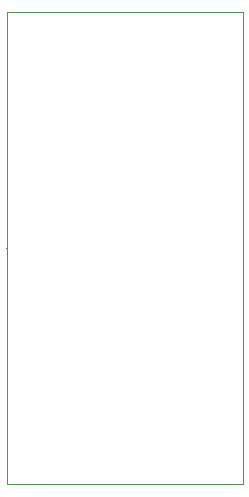
<source format=gbr>
%TF.GenerationSoftware,KiCad,Pcbnew,8.0.2-1*%
%TF.CreationDate,2024-09-09T15:17:24+01:00*%
%TF.ProjectId,test_module_2,74657374-5f6d-46f6-9475-6c655f322e6b,rev?*%
%TF.SameCoordinates,Original*%
%TF.FileFunction,Other,User*%
%FSLAX46Y46*%
G04 Gerber Fmt 4.6, Leading zero omitted, Abs format (unit mm)*
G04 Created by KiCad (PCBNEW 8.0.2-1) date 2024-09-09 15:17:24*
%MOMM*%
%LPD*%
G01*
G04 APERTURE LIST*
%ADD10C,0.100000*%
%ADD11C,0.110000*%
%ADD12C,0.120000*%
%ADD13C,0.130000*%
G04 APERTURE END LIST*
D10*
X130000000Y-90000000D02*
X150000000Y-90000000D01*
X150000000Y-130000000D01*
X130000000Y-130000000D01*
X130000000Y-90000000D01*
D11*
%TO.C,GS1*%
X140000000Y-90000000D02*
X140000000Y-90000000D01*
D12*
%TO.C,GS3*%
X140000000Y-130000000D02*
X140000000Y-130000000D01*
D13*
%TO.C,GS2*%
X130000000Y-110000000D02*
X130000000Y-110000000D01*
%TD*%
M02*

</source>
